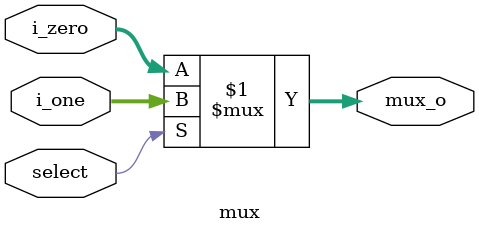
<source format=v>
/******************************************************************
*Module name : mux
*Filename    : mux.v
*Type        : Verilog Module
*
*Description : 2x1 generic multiplexer 
*------------------------------------------------------------------
*	clocks    : none
*	reset		 : none
* 
*Parameters  : none
*
* Author		 :	Daniel Alejandro Lara López
* email 		 :	Daniel.Lara@cinvestav.mx
* Date  		 :	24/04/2024
******************************************************************/

module mux(
	input select,
	input [5:0] i_one,
	input [5:0] i_zero,
	
	output [5:0] mux_o);

assign mux_o = (select)?i_one:i_zero;
	
endmodule 
</source>
